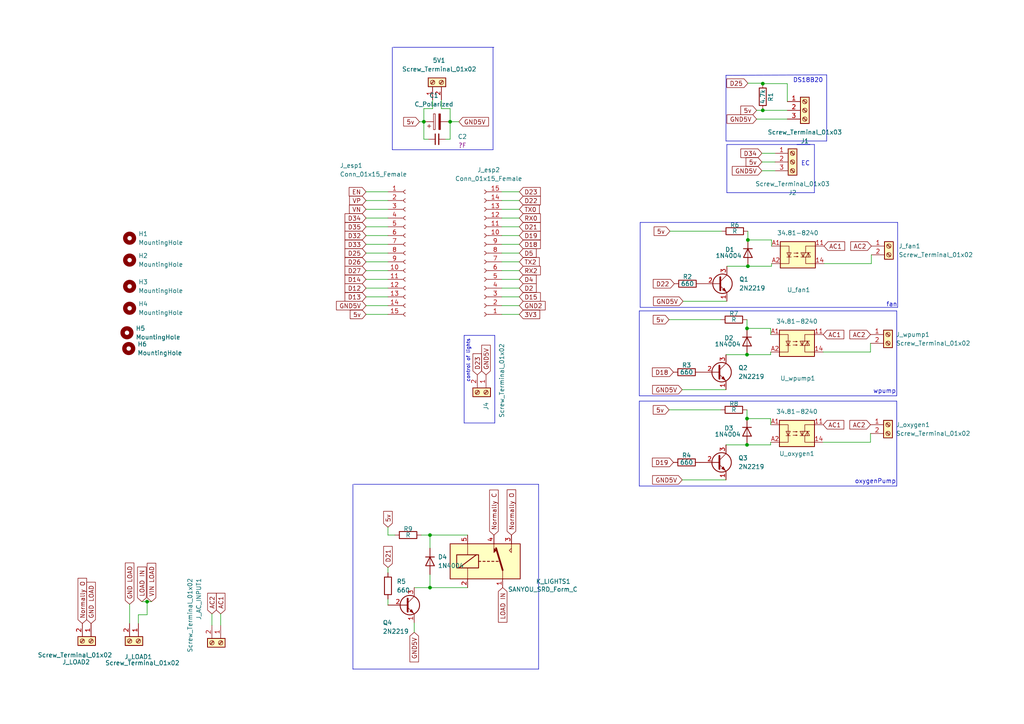
<source format=kicad_sch>
(kicad_sch (version 20230121) (generator eeschema)
  (paper "A4")
  (lib_symbols
    (symbol "Connector:Conn_01x15_Female" (pin_names (offset 1.016) hide)
      (property "Reference" "J" (at 0 20.32 0))
      (property "Value" "Conn_01x15_Female" (at 0 -20.32 0))
      (symbol "Conn_01x15_Female_1_1"
        (arc (start 0 -17.272) (mid -0.5058 -17.78) (end 0 -18.288) (stroke (width 0.1524)))
        (arc (start 0 -14.732) (mid -0.5058 -15.24) (end 0 -15.748) (stroke (width 0.1524)))
        (arc (start 0 -12.192) (mid -0.5058 -12.7) (end 0 -13.208) (stroke (width 0.1524)))
        (arc (start 0 -9.652) (mid -0.5058 -10.16) (end 0 -10.668) (stroke (width 0.1524)))
        (arc (start 0 -7.112) (mid -0.5058 -7.62) (end 0 -8.128) (stroke (width 0.1524)))
        (arc (start 0 -4.572) (mid -0.5058 -5.08) (end 0 -5.588) (stroke (width 0.1524)))
        (arc (start 0 -2.032) (mid -0.5058 -2.54) (end 0 -3.048) (stroke (width 0.1524)))
        (polyline (pts (xy -1.27 -17.78) (xy -0.508 -17.78)) (stroke (width 0.1524)))
        (polyline (pts (xy -1.27 -15.24) (xy -0.508 -15.24)) (stroke (width 0.1524)))
        (polyline (pts (xy -1.27 -12.7) (xy -0.508 -12.7)) (stroke (width 0.1524)))
        (polyline (pts (xy -1.27 -10.16) (xy -0.508 -10.16)) (stroke (width 0.1524)))
        (polyline (pts (xy -1.27 -7.62) (xy -0.508 -7.62)) (stroke (width 0.1524)))
        (polyline (pts (xy -1.27 -5.08) (xy -0.508 -5.08)) (stroke (width 0.1524)))
        (polyline (pts (xy -1.27 -2.54) (xy -0.508 -2.54)) (stroke (width 0.1524)))
        (polyline (pts (xy -1.27 0) (xy -0.508 0)) (stroke (width 0.1524)))
        (polyline (pts (xy -1.27 2.54) (xy -0.508 2.54)) (stroke (width 0.1524)))
        (polyline (pts (xy -1.27 5.08) (xy -0.508 5.08)) (stroke (width 0.1524)))
        (polyline (pts (xy -1.27 7.62) (xy -0.508 7.62)) (stroke (width 0.1524)))
        (polyline (pts (xy -1.27 10.16) (xy -0.508 10.16)) (stroke (width 0.1524)))
        (polyline (pts (xy -1.27 12.7) (xy -0.508 12.7)) (stroke (width 0.1524)))
        (polyline (pts (xy -1.27 15.24) (xy -0.508 15.24)) (stroke (width 0.1524)))
        (polyline (pts (xy -1.27 17.78) (xy -0.508 17.78)) (stroke (width 0.1524)))
        (arc (start 0 0.508) (mid -0.5058 0) (end 0 -0.508) (stroke (width 0.1524)))
        (arc (start 0 3.048) (mid -0.5058 2.54) (end 0 2.032) (stroke (width 0.1524)))
        (arc (start 0 5.588) (mid -0.5058 5.08) (end 0 4.572) (stroke (width 0.1524)))
        (arc (start 0 8.128) (mid -0.5058 7.62) (end 0 7.112) (stroke (width 0.1524)))
        (arc (start 0 10.668) (mid -0.5058 10.16) (end 0 9.652) (stroke (width 0.1524)))
        (arc (start 0 13.208) (mid -0.5058 12.7) (end 0 12.192) (stroke (width 0.1524)))
        (arc (start 0 15.748) (mid -0.5058 15.24) (end 0 14.732) (stroke (width 0.1524)))
        (arc (start 0 18.288) (mid -0.5058 17.78) (end 0 17.272) (stroke (width 0.1524)))
        (pin passive line (at -5.08 17.78 0) (length 3.81) (name "Pin_1") (number "1"))
        (pin passive line (at -5.08 -5.08 0) (length 3.81) (name "Pin_10") (number "10"))
        (pin passive line (at -5.08 -7.62 0) (length 3.81) (name "Pin_11") (number "11"))
        (pin passive line (at -5.08 -10.16 0) (length 3.81) (name "Pin_12") (number "12"))
        (pin passive line (at -5.08 -12.7 0) (length 3.81) (name "Pin_13") (number "13"))
        (pin passive line (at -5.08 -15.24 0) (length 3.81) (name "Pin_14") (number "14"))
        (pin passive line (at -5.08 -17.78 0) (length 3.81) (name "Pin_15") (number "15"))
        (pin passive line (at -5.08 15.24 0) (length 3.81) (name "Pin_2") (number "2"))
        (pin passive line (at -5.08 12.7 0) (length 3.81) (name "Pin_3") (number "3"))
        (pin passive line (at -5.08 10.16 0) (length 3.81) (name "Pin_4") (number "4"))
        (pin passive line (at -5.08 7.62 0) (length 3.81) (name "Pin_5") (number "5"))
        (pin passive line (at -5.08 5.08 0) (length 3.81) (name "Pin_6") (number "6"))
        (pin passive line (at -5.08 2.54 0) (length 3.81) (name "Pin_7") (number "7"))
        (pin passive line (at -5.08 0 0) (length 3.81) (name "Pin_8") (number "8"))
        (pin passive line (at -5.08 -2.54 0) (length 3.81) (name "Pin_9") (number "9"))
      )
    )
    (symbol "Connector:Screw_Terminal_01x02" (pin_names (offset 1.016) hide)
      (property "Reference" "J" (at 0 2.54 0))
      (property "Value" "Screw_Terminal_01x02" (at 0 -5.08 0))
      (symbol "Screw_Terminal_01x02_1_1"
        (rectangle (start -1.27 1.27) (end 1.27 -3.81) (stroke (width 0.254)) (fill (type background)))
        (circle (center 0 -2.54) (radius 0.635) (stroke (width 0.1524)))
        (polyline (pts (xy -0.5334 -2.2098) (xy 0.3302 -3.048)) (stroke (width 0.1524)))
        (polyline (pts (xy -0.5334 0.3302) (xy 0.3302 -0.508)) (stroke (width 0.1524)))
        (polyline (pts (xy -0.3556 -2.032) (xy 0.508 -2.8702)) (stroke (width 0.1524)))
        (polyline (pts (xy -0.3556 0.508) (xy 0.508 -0.3302)) (stroke (width 0.1524)))
        (circle (center 0 0) (radius 0.635) (stroke (width 0.1524)))
        (pin passive line (at -5.08 0 0) (length 3.81) (name "Pin_1") (number "1"))
        (pin passive line (at -5.08 -2.54 0) (length 3.81) (name "Pin_2") (number "2"))
      )
    )
    (symbol "Connector:Screw_Terminal_01x03" (pin_names (offset 1.016) hide)
      (property "Reference" "J" (at 0 5.08 0))
      (property "Value" "Screw_Terminal_01x03" (at 0 -5.08 0))
      (symbol "Screw_Terminal_01x03_1_1"
        (rectangle (start -1.27 3.81) (end 1.27 -3.81) (stroke (width 0.254)) (fill (type background)))
        (circle (center 0 -2.54) (radius 0.635) (stroke (width 0.1524)))
        (polyline (pts (xy -0.5334 -2.2098) (xy 0.3302 -3.048)) (stroke (width 0.1524)))
        (polyline (pts (xy -0.5334 0.3302) (xy 0.3302 -0.508)) (stroke (width 0.1524)))
        (polyline (pts (xy -0.5334 2.8702) (xy 0.3302 2.032)) (stroke (width 0.1524)))
        (polyline (pts (xy -0.3556 -2.032) (xy 0.508 -2.8702)) (stroke (width 0.1524)))
        (polyline (pts (xy -0.3556 0.508) (xy 0.508 -0.3302)) (stroke (width 0.1524)))
        (polyline (pts (xy -0.3556 3.048) (xy 0.508 2.2098)) (stroke (width 0.1524)))
        (circle (center 0 0) (radius 0.635) (stroke (width 0.1524)))
        (circle (center 0 2.54) (radius 0.635) (stroke (width 0.1524)))
        (pin passive line (at -5.08 2.54 0) (length 3.81) (name "Pin_1") (number "1"))
        (pin passive line (at -5.08 0 0) (length 3.81) (name "Pin_2") (number "2"))
        (pin passive line (at -5.08 -2.54 0) (length 3.81) (name "Pin_3") (number "3"))
      )
    )
    (symbol "Device:C_Polarized" (pin_numbers hide) (pin_names (offset 0.254))
      (property "Reference" "C" (at 0.635 2.54 0))
      (property "Value" "C_Polarized" (at 0.635 -2.54 0))
      (symbol "C_Polarized_0_1"
        (rectangle (start -2.286 0.508) (end 2.286 1.016))
        (polyline (pts (xy -1.778 2.286) (xy -0.762 2.286)))
        (polyline (pts (xy -1.27 2.794) (xy -1.27 1.778)))
        (rectangle (start 2.286 -0.508) (end -2.286 -1.016) (fill (type outline)))
      )
      (symbol "C_Polarized_1_1"
        (pin passive line (at 0 3.81 270) (length 2.794) (name "~") (number "1"))
        (pin passive line (at 0 -3.81 90) (length 2.794) (name "~") (number "2"))
      )
    )
    (symbol "Device:R" (pin_numbers hide) (pin_names (offset 0))
      (property "Reference" "R" (at 2.032 0 90))
      (property "Value" "R" (at 0 0 90))
      (symbol "R_0_1"
        (rectangle (start -1.016 -2.54) (end 1.016 2.54) (stroke (width 0.254)))
      )
      (symbol "R_1_1"
        (pin passive line (at 0 3.81 270) (length 1.27) (name "~") (number "1"))
        (pin passive line (at 0 -3.81 90) (length 1.27) (name "~") (number "2"))
      )
    )
    (symbol "Diode:1N4004" (pin_numbers hide) (pin_names hide)
      (property "Reference" "D" (at 0 2.54 0))
      (property "Value" "1N4004" (at 0 -2.54 0))
      (symbol "1N4004_0_1"
        (polyline (pts (xy -1.27 1.27) (xy -1.27 -1.27)) (stroke (width 0.254)))
        (polyline (pts (xy 1.27 0) (xy -1.27 0)))
        (polyline (pts (xy 1.27 1.27) (xy 1.27 -1.27) (xy -1.27 0) (xy 1.27 1.27)) (stroke (width 0.254)))
      )
      (symbol "1N4004_1_1"
        (pin passive line (at -3.81 0 0) (length 2.54) (name "K") (number "1"))
        (pin passive line (at 3.81 0 180) (length 2.54) (name "A") (number "2"))
      )
    )
    (symbol "Mechanical:MountingHole" (pin_names (offset 1.016))
      (property "Reference" "H" (at 0 5.08 0))
      (property "Value" "MountingHole" (at 0 3.175 0))
      (symbol "MountingHole_0_1"
        (circle (center 0 0) (radius 1.27) (stroke (width 1.27)))
      )
    )
    (symbol "PCM_4ms_Capacitor:C_Generic" (pin_numbers hide) (pin_names (offset 0.254) hide)
      (property "Reference" "C" (at 1.905 1.016 0))
      (property "Display" "?F" (at 1.905 -1.27 0))
      (symbol "C_Generic_0_1"
        (polyline (pts (xy -1.524 -0.508) (xy 1.524 -0.508)) (stroke (width 0.3302)))
        (polyline (pts (xy -1.524 0.508) (xy 1.524 0.508)) (stroke (width 0.3048)))
      )
      (symbol "C_Generic_1_1"
        (pin passive line (at 0 2.54 270) (length 2.032) (name "~") (number "1"))
        (pin passive line (at 0 -2.54 90) (length 2.032) (name "~") (number "2"))
      )
    )
    (symbol "Relay:SANYOU_SRD_Form_C"
      (property "Reference" "K" (at 11.43 3.81 0))
      (property "Value" "SANYOU_SRD_Form_C" (at 11.43 1.27 0))
      (symbol "SANYOU_SRD_Form_C_0_0"
        (polyline (pts (xy 7.62 5.08) (xy 7.62 2.54) (xy 6.985 3.175) (xy 7.62 3.81)))
      )
      (symbol "SANYOU_SRD_Form_C_0_1"
        (rectangle (start -10.16 5.08) (end 10.16 -5.08) (stroke (width 0.254)) (fill (type background)))
        (rectangle (start -8.255 1.905) (end -1.905 -1.905) (stroke (width 0.254)))
        (polyline (pts (xy -7.62 -1.905) (xy -2.54 1.905)) (stroke (width 0.254)))
        (polyline (pts (xy -5.08 -5.08) (xy -5.08 -1.905)))
        (polyline (pts (xy -5.08 5.08) (xy -5.08 1.905)))
        (polyline (pts (xy -1.905 0) (xy -1.27 0)) (stroke (width 0.254)))
        (polyline (pts (xy -0.635 0) (xy 0 0)) (stroke (width 0.254)))
        (polyline (pts (xy 0.635 0) (xy 1.27 0)) (stroke (width 0.254)))
        (polyline (pts (xy 1.905 0) (xy 2.54 0)) (stroke (width 0.254)))
        (polyline (pts (xy 3.175 0) (xy 3.81 0)) (stroke (width 0.254)))
        (polyline (pts (xy 5.08 -2.54) (xy 3.175 3.81)) (stroke (width 0.508)))
        (polyline (pts (xy 5.08 -2.54) (xy 5.08 -5.08)))
      )
      (symbol "SANYOU_SRD_Form_C_1_1"
        (polyline (pts (xy 2.54 3.81) (xy 3.175 3.175) (xy 2.54 2.54) (xy 2.54 5.08)) (fill (type outline)))
        (pin passive line (at 5.08 -7.62 90) (length 2.54) (name "~") (number "1"))
        (pin passive line (at -5.08 -7.62 90) (length 2.54) (name "~") (number "2"))
        (pin passive line (at 7.62 7.62 270) (length 2.54) (name "~") (number "3"))
        (pin passive line (at 2.54 7.62 270) (length 2.54) (name "~") (number "4"))
        (pin passive line (at -5.08 7.62 270) (length 2.54) (name "~") (number "5"))
      )
    )
    (symbol "Relay_SolidState:34.81-8240"
      (property "Reference" "U" (at -5.08 5.08 0))
      (property "Value" "34.81-8240" (at 0 5.08 0))
      (symbol "34.81-8240_0_1"
        (rectangle (start -5.08 3.81) (end 5.08 -3.81) (stroke (width 0.254)) (fill (type background)))
        (polyline (pts (xy -3.175 -0.635) (xy -1.905 -0.635)))
        (polyline (pts (xy 1.524 -0.635) (xy 1.524 0.635)))
        (polyline (pts (xy 3.048 0.635) (xy 3.048 -0.635)))
        (polyline (pts (xy 2.286 -0.635) (xy 2.286 -2.54) (xy 5.08 -2.54)))
        (polyline (pts (xy 2.286 0.635) (xy 2.286 2.54) (xy 5.08 2.54)))
        (polyline (pts (xy -5.08 2.54) (xy -2.54 2.54) (xy -2.54 -2.54) (xy -5.08 -2.54)))
        (polyline (pts (xy -2.54 -0.635) (xy -3.175 0.635) (xy -1.905 0.635) (xy -2.54 -0.635)))
        (polyline (pts (xy 0.889 -0.635) (xy 3.683 -0.635) (xy 3.048 0.635) (xy 2.413 -0.635)))
        (polyline (pts (xy 3.683 0.635) (xy 0.889 0.635) (xy 1.524 -0.635) (xy 2.159 0.635)))
        (polyline (pts (xy -1.143 -0.508) (xy 0.127 -0.508) (xy -0.254 -0.635) (xy -0.254 -0.381) (xy 0.127 -0.508)))
        (polyline (pts (xy -1.143 0.508) (xy 0.127 0.508) (xy -0.254 0.381) (xy -0.254 0.635) (xy 0.127 0.508)))
      )
      (symbol "34.81-8240_1_1"
        (pin passive line (at 7.62 2.54 180) (length 2.54) (name "~") (number "11"))
        (pin passive line (at 7.62 -2.54 180) (length 2.54) (name "~") (number "14"))
        (pin passive line (at -7.62 2.54 0) (length 2.54) (name "~") (number "A1"))
        (pin passive line (at -7.62 -2.54 0) (length 2.54) (name "~") (number "A2"))
      )
    )
    (symbol "Transistor_BJT:2N2219" (pin_names (offset 0) hide)
      (property "Reference" "Q" (at 5.08 1.905 0))
      (property "Value" "2N2219" (at 5.08 0 0))
      (symbol "2N2219_0_1"
        (polyline (pts (xy 0.635 0.635) (xy 2.54 2.54)))
        (polyline (pts (xy 0.635 -0.635) (xy 2.54 -2.54) (xy 2.54 -2.54)))
        (polyline (pts (xy 0.635 1.905) (xy 0.635 -1.905) (xy 0.635 -1.905)) (stroke (width 0.508)))
        (polyline (pts (xy 1.27 -1.778) (xy 1.778 -1.27) (xy 2.286 -2.286) (xy 1.27 -1.778) (xy 1.27 -1.778)) (fill (type outline)))
        (circle (center 1.27 0) (radius 2.8194) (stroke (width 0.254)))
      )
      (symbol "2N2219_1_1"
        (pin passive line (at 2.54 -5.08 90) (length 2.54) (name "E") (number "1"))
        (pin passive line (at -5.08 0 0) (length 5.715) (name "B") (number "2"))
        (pin passive line (at 2.54 5.08 270) (length 2.54) (name "C") (number "3"))
      )
    )
  )
  (junction (at 124.714 170.434))
  (junction (at 216.916 77.216))
  (junction (at 42.672 174.498))
  (junction (at 124.714 155.194))
  (junction (at 221.234 24.257))
  (junction (at 216.916 69.596))
  (junction (at 221.234 32.004))
  (junction (at 130.556 35.306))
  (junction (at 122.936 35.306))
  (junction (at 216.662 102.87))
  (junction (at 216.662 121.412))
  (junction (at 216.662 95.25))
  (junction (at 216.662 129.032))
  (polyline (pts (xy 260.096 90.17) (xy 185.42 90.17)))
  (wire (pts (xy 125.476 31.496) (xy 122.936 31.496)))
  (wire (pts (xy 194.056 118.872) (xy 209.042 118.872)))
  (wire (pts (xy 228.346 29.464) (xy 228.346 24.257)))
  (polyline (pts (xy 260.096 114.808) (xy 260.096 90.17)))
  (wire (pts (xy 145.542 88.646) (xy 150.622 88.646)))
  (wire (pts (xy 197.866 113.03) (xy 210.566 113.03)))
  (wire (pts (xy 42.672 178.308) (xy 42.672 174.498)))
  (polyline (pts (xy 236.22 41.91) (xy 231.14 41.91)))
  (wire (pts (xy 216.916 77.216) (xy 223.774 77.216)))
  (wire (pts (xy 145.542 86.106) (xy 150.622 86.106)))
  (wire (pts (xy 106.172 81.026) (xy 112.522 81.026)))
  (wire (pts (xy 216.916 67.056) (xy 216.916 69.596)))
  (wire (pts (xy 106.172 78.486) (xy 112.522 78.486)))
  (wire (pts (xy 145.542 58.166) (xy 150.622 58.166)))
  (wire (pts (xy 41.148 174.498) (xy 42.672 174.498)))
  (polyline (pts (xy 239.776 21.717) (xy 239.776 40.894)))
  (wire (pts (xy 61.468 181.356) (xy 61.468 178.054)))
  (wire (pts (xy 224.79 49.53) (xy 220.98 49.53)))
  (polyline (pts (xy 185.42 90.17) (xy 185.42 114.808)))
  (wire (pts (xy 194.056 92.71) (xy 209.042 92.71)))
  (wire (pts (xy 124.714 166.624) (xy 124.714 170.434)))
  (polyline (pts (xy 210.566 21.844) (xy 239.776 21.717)))
  (polyline (pts (xy 143.002 13.716) (xy 143.002 43.434)))
  (wire (pts (xy 130.556 31.496) (xy 130.556 35.306)))
  (wire (pts (xy 216.916 24.13) (xy 221.234 24.13)))
  (wire (pts (xy 145.542 65.786) (xy 150.622 65.786)))
  (wire (pts (xy 221.234 31.877) (xy 221.234 32.004)))
  (polyline (pts (xy 234.95 41.91) (xy 210.82 41.91)))
  (wire (pts (xy 145.542 73.406) (xy 150.622 73.406)))
  (wire (pts (xy 145.542 55.626) (xy 150.622 55.626)))
  (wire (pts (xy 198.12 87.376) (xy 210.82 87.376)))
  (wire (pts (xy 221.234 24.13) (xy 221.234 24.257)))
  (wire (pts (xy 106.172 91.186) (xy 112.522 91.186)))
  (wire (pts (xy 216.662 95.25) (xy 223.52 95.25)))
  (polyline (pts (xy 210.82 41.91) (xy 210.82 55.88)))
  (wire (pts (xy 106.172 88.646) (xy 112.522 88.646)))
  (polyline (pts (xy 113.792 13.716) (xy 113.792 43.434)))
  (wire (pts (xy 216.662 121.412) (xy 223.52 121.412)))
  (wire (pts (xy 224.79 44.45) (xy 220.98 44.45)))
  (wire (pts (xy 124.714 159.004) (xy 124.714 155.194)))
  (wire (pts (xy 210.566 129.032) (xy 216.662 129.032)))
  (wire (pts (xy 129.286 40.386) (xy 130.556 40.386)))
  (wire (pts (xy 216.662 92.71) (xy 216.662 95.25)))
  (wire (pts (xy 112.522 155.194) (xy 114.554 155.194)))
  (polyline (pts (xy 210.566 40.894) (xy 210.566 21.844)))
  (wire (pts (xy 228.346 34.544) (xy 219.456 34.544)))
  (polyline (pts (xy 156.21 140.462) (xy 156.21 194.056)))
  (polyline (pts (xy 260.096 114.808) (xy 185.42 114.808)))
  (wire (pts (xy 40.132 178.308) (xy 42.672 178.308)))
  (wire (pts (xy 145.542 70.866) (xy 150.622 70.866)))
  (wire (pts (xy 223.774 77.216) (xy 223.774 76.454)))
  (wire (pts (xy 122.936 40.386) (xy 124.206 40.386)))
  (wire (pts (xy 216.662 102.87) (xy 223.52 102.87)))
  (wire (pts (xy 210.566 102.87) (xy 216.662 102.87)))
  (wire (pts (xy 224.79 46.99) (xy 220.98 46.99)))
  (wire (pts (xy 223.52 129.032) (xy 223.52 128.27)))
  (wire (pts (xy 106.172 70.866) (xy 112.522 70.866)))
  (wire (pts (xy 122.936 35.306) (xy 122.936 40.386)))
  (wire (pts (xy 223.52 121.412) (xy 223.52 123.19)))
  (wire (pts (xy 106.172 73.406) (xy 112.522 73.406)))
  (wire (pts (xy 106.172 86.106) (xy 112.522 86.106)))
  (polyline (pts (xy 143.51 122.682) (xy 134.62 122.682)))
  (wire (pts (xy 133.096 35.306) (xy 130.556 35.306)))
  (wire (pts (xy 145.542 81.026) (xy 150.622 81.026)))
  (wire (pts (xy 216.916 69.596) (xy 223.774 69.596)))
  (polyline (pts (xy 260.096 140.97) (xy 185.42 140.97)))
  (polyline (pts (xy 143.51 97.282) (xy 134.62 97.282)))
  (polyline (pts (xy 185.674 64.516) (xy 185.674 89.154)))
  (wire (pts (xy 239.014 76.454) (xy 252.73 76.454)))
  (wire (pts (xy 106.172 75.946) (xy 112.522 75.946)))
  (wire (pts (xy 216.662 118.872) (xy 216.662 121.412)))
  (polyline (pts (xy 260.35 89.154) (xy 260.35 64.516)))
  (wire (pts (xy 112.522 173.736) (xy 112.522 175.514)))
  (wire (pts (xy 128.016 28.956) (xy 128.016 31.496)))
  (wire (pts (xy 120.142 180.594) (xy 120.142 183.388)))
  (wire (pts (xy 252.73 76.454) (xy 252.73 73.914)))
  (wire (pts (xy 221.234 24.638) (xy 221.234 24.257)))
  (polyline (pts (xy 134.62 122.682) (xy 134.62 97.282)))
  (wire (pts (xy 223.774 69.596) (xy 223.774 71.374)))
  (polyline (pts (xy 102.362 140.462) (xy 102.362 194.056)))
  (wire (pts (xy 124.714 170.434) (xy 135.636 170.434)))
  (polyline (pts (xy 210.82 55.88) (xy 236.22 55.88)))
  (wire (pts (xy 106.172 83.566) (xy 112.522 83.566)))
  (polyline (pts (xy 114.046 13.716) (xy 143.256 13.716)))
  (wire (pts (xy 106.172 68.326) (xy 112.522 68.326)))
  (wire (pts (xy 37.592 175.26) (xy 37.592 180.848)))
  (wire (pts (xy 42.672 174.498) (xy 43.942 174.498)))
  (polyline (pts (xy 260.35 64.516) (xy 185.674 64.516)))
  (polyline (pts (xy 156.21 194.056) (xy 102.362 194.056)))
  (wire (pts (xy 64.008 181.356) (xy 64.008 178.054)))
  (polyline (pts (xy 260.096 140.97) (xy 260.096 116.332)))
  (polyline (pts (xy 143.002 43.434) (xy 113.792 43.434)))
  (wire (pts (xy 121.666 35.306) (xy 122.936 35.306)))
  (wire (pts (xy 145.542 78.486) (xy 150.622 78.486)))
  (wire (pts (xy 120.142 170.434) (xy 124.714 170.434)))
  (wire (pts (xy 252.476 102.108) (xy 252.476 99.568)))
  (wire (pts (xy 216.662 129.032) (xy 223.52 129.032)))
  (polyline (pts (xy 260.35 89.154) (xy 185.674 89.154)))
  (wire (pts (xy 106.172 63.246) (xy 112.522 63.246)))
  (polyline (pts (xy 102.616 140.462) (xy 156.21 140.462)))
  (wire (pts (xy 145.542 75.946) (xy 150.622 75.946)))
  (wire (pts (xy 130.556 40.386) (xy 130.556 35.306)))
  (wire (pts (xy 194.31 67.056) (xy 209.296 67.056)))
  (wire (pts (xy 40.132 178.308) (xy 40.132 180.848)))
  (wire (pts (xy 106.172 65.786) (xy 112.522 65.786)))
  (polyline (pts (xy 185.42 116.332) (xy 185.42 140.97)))
  (wire (pts (xy 238.76 102.108) (xy 252.476 102.108)))
  (wire (pts (xy 112.522 164.592) (xy 112.522 166.116)))
  (wire (pts (xy 128.016 31.496) (xy 130.556 31.496)))
  (polyline (pts (xy 236.22 55.88) (xy 236.22 41.91)))
  (polyline (pts (xy 239.776 40.894) (xy 210.566 40.894)))
  (wire (pts (xy 106.172 55.626) (xy 112.522 55.626)))
  (wire (pts (xy 252.476 128.27) (xy 252.476 125.73)))
  (wire (pts (xy 223.52 95.25) (xy 223.52 97.028)))
  (wire (pts (xy 106.172 60.706) (xy 112.522 60.706)))
  (wire (pts (xy 145.542 83.566) (xy 150.622 83.566)))
  (wire (pts (xy 197.866 139.192) (xy 210.566 139.192)))
  (wire (pts (xy 145.542 68.326) (xy 150.622 68.326)))
  (wire (pts (xy 122.174 155.194) (xy 124.714 155.194)))
  (wire (pts (xy 106.172 58.166) (xy 112.522 58.166)))
  (wire (pts (xy 238.76 128.27) (xy 252.476 128.27)))
  (wire (pts (xy 223.52 102.87) (xy 223.52 102.108)))
  (wire (pts (xy 145.542 91.186) (xy 150.622 91.186)))
  (wire (pts (xy 112.522 152.908) (xy 112.522 155.194)))
  (wire (pts (xy 228.346 24.257) (xy 221.234 24.257)))
  (wire (pts (xy 145.542 60.706) (xy 150.622 60.706)))
  (polyline (pts (xy 260.096 116.332) (xy 185.42 116.332)))
  (wire (pts (xy 122.936 31.496) (xy 122.936 35.306)))
  (wire (pts (xy 124.714 155.194) (xy 135.636 155.194)))
  (wire (pts (xy 228.346 32.004) (xy 221.234 32.004)))
  (polyline (pts (xy 143.51 97.282) (xy 143.51 122.682)))
  (wire (pts (xy 145.542 63.246) (xy 150.622 63.246)))
  (wire (pts (xy 210.82 77.216) (xy 216.916 77.216)))
  (wire (pts (xy 125.476 28.956) (xy 125.476 31.496)))
  (wire (pts (xy 221.234 32.004) (xy 219.456 32.004)))
  (text "EC" (at 234.95 48.26 0) (effects (font (size 1.27 1.27)) (justify right bottom)))
  (text "DS18B20" (at 238.76 24.13 0) (effects (font (size 1.27 1.27)) (justify right bottom)))
  (text "oxygenPump\n" (at 247.904 140.462 0) (effects (font (size 1.27 1.27)) (justify left bottom)))
  (text "fan" (at 257.048 89.154 0) (effects (font (size 1.27 1.27)) (justify left bottom)))
  (text "wpump" (at 253.238 114.3 0) (effects (font (size 1.27 1.27)) (justify left bottom)))
  (text "control of lights" (at 136.398 98.298 90) (effects (font (size 1 1)) (justify right bottom)))
  (global_label "D22" (shape input) (at 150.622 58.166 0) (property "Intersheetrefs" "${INTERSHEET_REFS}" (effects hide)))
  (global_label "5v" (shape input) (at 106.172 91.186 180) (property "Intersheetrefs" "${INTERSHEET_REFS}" (effects hide)))
  (global_label "AC2" (shape input) (at 252.73 71.374 180) (property "Intersheetrefs" "${INTERSHEET_REFS}" (effects hide)))
  (global_label "AC2" (shape input) (at 61.468 178.054 90) (property "Intersheetrefs" "${INTERSHEET_REFS}" (effects hide)))
  (global_label "TX2" (shape input) (at 150.622 75.946 0) (property "Intersheetrefs" "${INTERSHEET_REFS}" (effects hide)))
  (global_label "D4" (shape input) (at 150.622 81.026 0) (property "Intersheetrefs" "${INTERSHEET_REFS}" (effects hide)))
  (global_label "D23" (shape input) (at 150.622 55.626 0) (property "Intersheetrefs" "${INTERSHEET_REFS}" (effects hide)))
  (global_label "GND5V" (shape input) (at 120.142 183.388 270) (property "Intersheetrefs" "${INTERSHEET_REFS}" (effects hide)))
  (global_label "D34" (shape input) (at 106.172 63.246 180) (property "Intersheetrefs" "${INTERSHEET_REFS}" (effects hide)))
  (global_label "AC2" (shape input) (at 252.476 97.028 180) (property "Intersheetrefs" "${INTERSHEET_REFS}" (effects hide)))
  (global_label "GND5V" (shape input) (at 106.172 88.646 180) (property "Intersheetrefs" "${INTERSHEET_REFS}" (effects hide)))
  (global_label "D25" (shape input) (at 216.916 24.13 180) (property "Intersheetrefs" "${INTERSHEET_REFS}" (effects hide)))
  (global_label "D35" (shape input) (at 106.172 65.786 180) (property "Intersheetrefs" "${INTERSHEET_REFS}" (effects hide)))
  (global_label "D14" (shape input) (at 106.172 81.026 180) (property "Intersheetrefs" "${INTERSHEET_REFS}" (effects hide)))
  (global_label "Normally O" (shape input) (at 23.876 180.848 90) (property "Intersheetrefs" "${INTERSHEET_REFS}" (effects hide)))
  (global_label "D21" (shape input) (at 112.522 164.592 90) (property "Intersheetrefs" "${INTERSHEET_REFS}" (effects hide)))
  (global_label "LOAD IN" (shape input) (at 145.796 170.434 270) (property "Intersheetrefs" "${INTERSHEET_REFS}" (effects hide)))
  (global_label "5v" (shape input) (at 194.056 92.71 180) (property "Intersheetrefs" "${INTERSHEET_REFS}" (effects hide)))
  (global_label "5v" (shape input) (at 121.666 35.306 180) (property "Intersheetrefs" "${INTERSHEET_REFS}" (effects hide)))
  (global_label "D19" (shape input) (at 150.622 68.326 0) (property "Intersheetrefs" "${INTERSHEET_REFS}" (effects hide)))
  (global_label "D27" (shape input) (at 106.172 78.486 180) (property "Intersheetrefs" "${INTERSHEET_REFS}" (effects hide)))
  (global_label "RX0" (shape input) (at 150.622 63.246 0) (property "Intersheetrefs" "${INTERSHEET_REFS}" (effects hide)))
  (global_label "D23" (shape input) (at 138.43 108.712 90) (property "Intersheetrefs" "${INTERSHEET_REFS}" (effects hide)))
  (global_label "D12" (shape input) (at 106.172 83.566 180) (property "Intersheetrefs" "${INTERSHEET_REFS}" (effects hide)))
  (global_label "GND5V" (shape input) (at 197.866 113.03 180) (property "Intersheetrefs" "${INTERSHEET_REFS}" (effects hide)))
  (global_label "D32" (shape input) (at 106.172 68.326 180) (property "Intersheetrefs" "${INTERSHEET_REFS}" (effects hide)))
  (global_label "Normally C" (shape input) (at 143.256 155.194 90) (property "Intersheetrefs" "${INTERSHEET_REFS}" (effects hide)))
  (global_label "VP" (shape input) (at 106.172 58.166 180) (property "Intersheetrefs" "${INTERSHEET_REFS}" (effects hide)))
  (global_label "AC1" (shape input) (at 238.76 97.028 0) (property "Intersheetrefs" "${INTERSHEET_REFS}" (effects hide)))
  (global_label "D25" (shape input) (at 106.172 73.406 180) (property "Intersheetrefs" "${INTERSHEET_REFS}" (effects hide)))
  (global_label "VN" (shape input) (at 106.172 60.706 180) (property "Intersheetrefs" "${INTERSHEET_REFS}" (effects hide)))
  (global_label "D19" (shape input) (at 195.326 134.112 180) (property "Intersheetrefs" "${INTERSHEET_REFS}" (effects hide)))
  (global_label "GND2" (shape input) (at 150.622 88.646 0) (property "Intersheetrefs" "${INTERSHEET_REFS}" (effects hide)))
  (global_label "GND5V" (shape input) (at 219.456 34.544 180) (property "Intersheetrefs" "${INTERSHEET_REFS}" (effects hide)))
  (global_label "5v" (shape input) (at 219.456 32.004 180) (property "Intersheetrefs" "${INTERSHEET_REFS}" (effects hide)))
  (global_label "D22" (shape input) (at 195.58 82.296 180) (property "Intersheetrefs" "${INTERSHEET_REFS}" (effects hide)))
  (global_label "5v" (shape input) (at 194.056 118.872 180) (property "Intersheetrefs" "${INTERSHEET_REFS}" (effects hide)))
  (global_label "D18" (shape input) (at 150.622 70.866 0) (property "Intersheetrefs" "${INTERSHEET_REFS}" (effects hide)))
  (global_label "D18" (shape input) (at 195.326 107.95 180) (property "Intersheetrefs" "${INTERSHEET_REFS}" (effects hide)))
  (global_label "D15" (shape input) (at 150.622 86.106 0) (property "Intersheetrefs" "${INTERSHEET_REFS}" (effects hide)))
  (global_label "EN" (shape input) (at 106.172 55.626 180) (property "Intersheetrefs" "${INTERSHEET_REFS}" (effects hide)))
  (global_label "GND LOAD" (shape input) (at 26.416 180.848 90) (property "Intersheetrefs" "${INTERSHEET_REFS}" (effects hide)))
  (global_label "GND5V" (shape input) (at 197.866 139.192 180) (property "Intersheetrefs" "${INTERSHEET_REFS}" (effects hide)))
  (global_label "GND5V" (shape input) (at 198.12 87.376 180) (property "Intersheetrefs" "${INTERSHEET_REFS}" (effects hide)))
  (global_label "AC1" (shape input) (at 239.014 71.374 0) (property "Intersheetrefs" "${INTERSHEET_REFS}" (effects hide)))
  (global_label "D2" (shape input) (at 150.622 83.566 0) (property "Intersheetrefs" "${INTERSHEET_REFS}" (effects hide)))
  (global_label "3V3" (shape input) (at 150.622 91.186 0) (property "Intersheetrefs" "${INTERSHEET_REFS}" (effects hide)))
  (global_label "5v" (shape input) (at 220.98 46.99 180) (property "Intersheetrefs" "${INTERSHEET_REFS}" (effects hide)))
  (global_label "AC2" (shape input) (at 252.476 123.19 180) (property "Intersheetrefs" "${INTERSHEET_REFS}" (effects hide)))
  (global_label "Normally O" (shape input) (at 148.336 155.194 90) (property "Intersheetrefs" "${INTERSHEET_REFS}" (effects hide)))
  (global_label "GND5V" (shape input) (at 133.096 35.306 0) (property "Intersheetrefs" "${INTERSHEET_REFS}" (effects hide)))
  (global_label "D21" (shape input) (at 150.622 65.786 0) (property "Intersheetrefs" "${INTERSHEET_REFS}" (effects hide)))
  (global_label "GND5V" (shape input) (at 220.98 49.53 180) (property "Intersheetrefs" "${INTERSHEET_REFS}" (effects hide)))
  (global_label "D13" (shape input) (at 106.172 86.106 180) (property "Intersheetrefs" "${INTERSHEET_REFS}" (effects hide)))
  (global_label "GND LOAD" (shape input) (at 37.592 175.26 90) (property "Intersheetrefs" "${INTERSHEET_REFS}" (effects hide)))
  (global_label "TX0" (shape input) (at 150.622 60.706 0) (property "Intersheetrefs" "${INTERSHEET_REFS}" (effects hide)))
  (global_label "5v" (shape input) (at 112.522 152.908 90) (property "Intersheetrefs" "${INTERSHEET_REFS}" (effects hide)))
  (global_label "LOAD IN" (shape input) (at 41.148 174.498 90) (property "Intersheetrefs" "${INTERSHEET_REFS}" (effects hide)))
  (global_label "GND5V" (shape input) (at 140.97 108.712 90) (property "Intersheetrefs" "${INTERSHEET_REFS}" (effects hide)))
  (global_label "VIN LOAD" (shape input) (at 43.942 174.498 90) (property "Intersheetrefs" "${INTERSHEET_REFS}" (effects hide)))
  (global_label "D26" (shape input) (at 106.172 75.946 180) (property "Intersheetrefs" "${INTERSHEET_REFS}" (effects hide)))
  (global_label "5v" (shape input) (at 194.31 67.056 180) (property "Intersheetrefs" "${INTERSHEET_REFS}" (effects hide)))
  (global_label "D33" (shape input) (at 106.172 70.866 180) (property "Intersheetrefs" "${INTERSHEET_REFS}" (effects hide)))
  (global_label "AC1" (shape input) (at 238.76 123.19 0) (property "Intersheetrefs" "${INTERSHEET_REFS}" (effects hide)))
  (global_label "RX2" (shape input) (at 150.622 78.486 0) (property "Intersheetrefs" "${INTERSHEET_REFS}" (effects hide)))
  (global_label "D5" (shape input) (at 150.622 73.406 0) (property "Intersheetrefs" "${INTERSHEET_REFS}" (effects hide)))
  (global_label "D34" (shape input) (at 220.98 44.45 180) (property "Intersheetrefs" "${INTERSHEET_REFS}" (effects hide)))
  (global_label "AC1" (shape input) (at 64.008 178.054 90) (property "Intersheetrefs" "${INTERSHEET_REFS}" (effects hide)))
  (symbol (lib_id "Diode:1N4004") (at 216.662 125.222 270) (unit 1)
    (property "Reference" "D3" (at 210.058 124.206 90) (effects (justify left)))
    (property "Value" "1N4004" (at 207.264 125.984 90) (effects (justify left)))
    (property "Footprint" "Diode_THT:D_DO-41_SOD81_P10.16mm_Horizontal" (effects hide))
    (property "Datasheet" "http://www.vishay.com/docs/88503/1n4001.pdf" (effects hide))
  )
  (symbol (lib_id "Transistor_BJT:2N2219") (at 208.026 134.112 0) (unit 1)
    (property "Reference" "Q3" (at 214.122 132.8419 0) (effects (justify left)))
    (property "Value" "2N2219" (at 214.122 135.3819 0) (effects (justify left)))
    (property "Footprint" "Package_TO_SOT_THT:TO-39-3" (effects hide))
    (property "Datasheet" "http://www.onsemi.com/pub_link/Collateral/2N2219-D.PDF" (effects hide))
  )
  (symbol (lib_id "Device:R") (at 199.39 82.296 90) (unit 1)
    (property "Reference" "R2" (at 199.39 80.264 90))
    (property "Value" "660" (at 199.39 82.296 90))
    (property "Footprint" "Resistor_THT:R_Axial_DIN0204_L3.6mm_D1.6mm_P5.08mm_Vertical" (effects hide))
  )
  (symbol (lib_id "Transistor_BJT:2N2219") (at 208.026 107.95 0) (unit 1)
    (property "Reference" "Q2" (at 214.122 106.6799 0) (effects (justify left)))
    (property "Value" "2N2219" (at 214.122 109.2199 0) (effects (justify left)))
    (property "Footprint" "Package_TO_SOT_THT:TO-39-3" (effects hide))
    (property "Datasheet" "http://www.onsemi.com/pub_link/Collateral/2N2219-D.PDF" (effects hide))
  )
  (symbol (lib_id "Connector:Screw_Terminal_01x02") (at 40.132 185.928 270) (unit 1)
    (property "Reference" "J_LOAD1" (at 36.068 190.5 90) (effects (justify left)))
    (property "Value" "Screw_Terminal_01x02" (at 30.48 192.278 90) (effects (justify left)))
    (property "Footprint" "TerminalBlock:TerminalBlock_Altech_AK300-2_P5.00mm" (effects hide))
  )
  (symbol (lib_id "Mechanical:MountingHole") (at 37.592 69.088 0) (unit 1)
    (property "Reference" "H1" (at 40.132 67.8179 0) (effects (justify left)))
    (property "Value" "MountingHole" (at 40.132 70.3579 0) (effects (justify left)))
    (property "Footprint" "MountingHole:MountingHole_2.7mm_M2.5_Pad" (effects hide))
  )
  (symbol (lib_id "Mechanical:MountingHole") (at 37.592 75.438 0) (unit 1)
    (property "Reference" "H2" (at 40.132 74.1679 0) (effects (justify left)))
    (property "Value" "MountingHole" (at 40.132 76.7079 0) (effects (justify left)))
    (property "Footprint" "MountingHole:MountingHole_2.7mm_M2.5_Pad" (effects hide))
  )
  (symbol (lib_id "Device:R") (at 118.364 155.194 270) (unit 1)
    (property "Reference" "R9" (at 118.364 153.416 90))
    (property "Value" "R" (at 118.364 155.194 90))
    (property "Footprint" "Resistor_THT:R_Axial_DIN0204_L3.6mm_D1.6mm_P5.08mm_Vertical" (effects hide))
  )
  (symbol (lib_id "Mechanical:MountingHole") (at 37.592 89.408 0) (unit 1)
    (property "Reference" "H4" (at 40.132 88.1379 0) (effects (justify left)))
    (property "Value" "MountingHole" (at 40.132 90.6779 0) (effects (justify left)))
    (property "Footprint" "MountingHole:MountingHole_2.7mm_M2.5_Pad" (effects hide))
  )
  (symbol (lib_id "Device:C_Polarized") (at 126.746 35.306 90) (unit 1)
    (property "Reference" "C1" (at 125.857 27.686 90))
    (property "Value" "C_Polarized" (at 125.857 30.226 90))
    (property "Footprint" "Capacitor_THT:CP_Radial_D5.0mm_P2.50mm" (effects hide))
  )
  (symbol (lib_id "Transistor_BJT:2N2219") (at 208.28 82.296 0) (unit 1)
    (property "Reference" "Q1" (at 214.376 81.0259 0) (effects (justify left)))
    (property "Value" "2N2219" (at 214.376 83.5659 0) (effects (justify left)))
    (property "Footprint" "Package_TO_SOT_THT:TO-39-3" (effects hide))
    (property "Datasheet" "http://www.onsemi.com/pub_link/Collateral/2N2219-D.PDF" (effects hide))
  )
  (symbol (lib_id "Connector:Screw_Terminal_01x02") (at 140.97 113.792 270) (unit 1)
    (property "Reference" "J4" (at 140.9701 116.586 0) (effects (justify left)))
    (property "Value" "Screw_Terminal_01x02" (at 145.542 99.568 0) (effects (justify left)))
    (property "Footprint" "TerminalBlock_Altech:Altech_AK300_1x02_P5.00mm_45-Degree" (effects hide))
  )
  (symbol (lib_id "PCM_4ms_Capacitor:C_Generic") (at 126.746 40.386 90) (unit 1)
    (property "Reference" "C2" (at 134.112 39.624 90))
    (property "Value" "C_Generic" (effects hide))
    (property "Footprint" "Capacitor_THT:C_Disc_D5.0mm_W2.5mm_P2.50mm" (effects hide))
    (property "Display" "?F" (at 134.112 42.164 90))
  )
  (symbol (lib_id "Mechanical:MountingHole") (at 37.338 101.092 0) (unit 1)
    (property "Reference" "H6" (at 39.878 99.8219 0) (effects (justify left)))
    (property "Value" "MountingHole" (at 39.878 102.3619 0) (effects (justify left)))
    (property "Footprint" "MountingHole:MountingHole_3.2mm_M3_DIN965_Pad" (effects hide))
  )
  (symbol (lib_id "Device:R") (at 213.106 67.056 270) (unit 1)
    (property "Reference" "R6" (at 213.106 65.278 90))
    (property "Value" "R" (at 213.106 67.056 90))
    (property "Footprint" "Resistor_THT:R_Axial_DIN0204_L3.6mm_D1.6mm_P5.08mm_Vertical" (effects hide))
  )
  (symbol (lib_id "Relay_SolidState:34.81-8240") (at 231.14 125.73 0) (unit 1)
    (property "Reference" "U_oxygen1" (at 231.14 131.572 0))
    (property "Value" "34.81-8240" (at 231.14 119.38 0))
    (property "Footprint" "smart_sensor:G3MB-202P" (effects hide))
    (property "Datasheet" "https://gfinder.findernet.com/public/attachments/34/EN/S34USAEN.pdf" (effects hide))
  )
  (symbol (lib_id "Mechanical:MountingHole") (at 37.592 83.058 0) (unit 1)
    (property "Reference" "H3" (at 40.132 81.7879 0) (effects (justify left)))
    (property "Value" "MountingHole" (at 40.132 84.3279 0) (effects (justify left)))
    (property "Footprint" "MountingHole:MountingHole_2.7mm_M2.5_Pad" (effects hide))
  )
  (symbol (lib_id "Connector:Screw_Terminal_01x02") (at 125.476 23.876 90) (unit 1)
    (property "Reference" "5V1" (at 125.476 17.526 90) (effects (justify right)))
    (property "Value" "Screw_Terminal_01x02" (at 116.586 20.066 90) (effects (justify right)))
    (property "Footprint" "TerminalBlock:TerminalBlock_Altech_AK300-2_P5.00mm" (effects hide))
  )
  (symbol (lib_id "Device:R") (at 112.522 169.926 0) (unit 1)
    (property "Reference" "R5" (at 115.062 168.6559 0) (effects (justify left)))
    (property "Value" "660" (at 115.062 171.1959 0) (effects (justify left)))
    (property "Footprint" "Resistor_THT:R_Axial_DIN0204_L3.6mm_D1.6mm_P5.08mm_Vertical" (effects hide))
  )
  (symbol (lib_id "Connector:Screw_Terminal_01x02") (at 26.416 185.928 270) (unit 1)
    (property "Reference" "J_LOAD2" (at 18.034 192.024 90) (effects (justify left)))
    (property "Value" "Screw_Terminal_01x02" (at 10.922 189.992 90) (effects (justify left)))
    (property "Footprint" "TerminalBlock:TerminalBlock_Altech_AK300-2_P5.00mm" (effects hide))
  )
  (symbol (lib_id "Connector:Screw_Terminal_01x02") (at 257.556 97.028 0) (unit 1)
    (property "Reference" "J_wpump1" (at 259.842 97.0279 0) (effects (justify left)))
    (property "Value" "Screw_Terminal_01x02" (at 259.842 99.5679 0) (effects (justify left)))
    (property "Footprint" "TerminalBlock:TerminalBlock_Altech_AK300-2_P5.00mm" (effects hide))
  )
  (symbol (lib_id "Device:R") (at 199.136 134.112 90) (unit 1)
    (property "Reference" "R4" (at 199.136 132.08 90))
    (property "Value" "660" (at 199.136 134.112 90))
    (property "Footprint" "Resistor_THT:R_Axial_DIN0204_L3.6mm_D1.6mm_P5.08mm_Vertical" (effects hide))
  )
  (symbol (lib_id "Connector:Screw_Terminal_01x03") (at 229.87 46.99 0) (unit 1)
    (property "Reference" "J2" (at 229.87 55.88 0))
    (property "Value" "Screw_Terminal_01x03" (at 229.87 53.34 0))
    (property "Footprint" "TerminalBlock_Altech:Altech_AK300_1x03_P5.00mm_45-Degree" (effects hide))
  )
  (symbol (lib_id "Connector:Screw_Terminal_01x02") (at 257.81 71.374 0) (unit 1)
    (property "Reference" "J_fan1" (at 260.604 71.3739 0) (effects (justify left)))
    (property "Value" "Screw_Terminal_01x02" (at 260.604 73.9139 0) (effects (justify left)))
    (property "Footprint" "TerminalBlock:TerminalBlock_Altech_AK300-2_P5.00mm" (effects hide))
  )
  (symbol (lib_id "Diode:1N4004") (at 216.916 73.406 270) (unit 1)
    (property "Reference" "D1" (at 210.312 72.39 90) (effects (justify left)))
    (property "Value" "1N4004" (at 207.518 74.168 90) (effects (justify left)))
    (property "Footprint" "Diode_THT:D_DO-41_SOD81_P10.16mm_Horizontal" (effects hide))
    (property "Datasheet" "http://www.vishay.com/docs/88503/1n4001.pdf" (effects hide))
  )
  (symbol (lib_id "Relay:SANYOU_SRD_Form_C") (at 140.716 162.814 0) (unit 1)
    (property "Reference" "K_LIGHTS1" (at 155.448 168.656 0) (effects (justify left)))
    (property "Value" "SANYOU_SRD_Form_C" (at 147.32 170.9419 0) (effects (justify left)))
    (property "Footprint" "Relay_THT:Relay_SPDT_SANYOU_SRD_Series_Form_C" (effects hide))
    (property "Datasheet" "http://www.sanyourelay.ca/public/products/pdf/SRD.pdf" (effects hide))
  )
  (symbol (lib_id "Device:R") (at 199.136 107.95 90) (unit 1)
    (property "Reference" "R3" (at 199.136 105.918 90))
    (property "Value" "660" (at 199.136 107.95 90))
    (property "Footprint" "Resistor_THT:R_Axial_DIN0204_L3.6mm_D1.6mm_P5.08mm_Vertical" (effects hide))
  )
  (symbol (lib_id "Diode:1N4004") (at 124.714 162.814 270) (unit 1)
    (property "Reference" "D4" (at 127 161.5439 90) (effects (justify left)))
    (property "Value" "1N4004" (at 127 164.0839 90) (effects (justify left)))
    (property "Footprint" "Diode_THT:D_DO-41_SOD81_P10.16mm_Horizontal" (effects hide))
    (property "Datasheet" "http://www.vishay.com/docs/88503/1n4001.pdf" (effects hide))
  )
  (symbol (lib_id "Connector:Conn_01x15_Female") (at 140.462 73.406 180) (unit 1)
    (property "Reference" "J_esp2" (at 141.732 49.276 0))
    (property "Value" "Conn_01x15_Female" (at 141.732 51.816 0))
    (property "Footprint" "esp32:Connector_Molex_Molex_SL_171971-0015_1x15_P2.54mm_Vertical_squares" (effects hide))
  )
  (symbol (lib_id "Relay_SolidState:34.81-8240") (at 231.394 73.914 0) (unit 1)
    (property "Reference" "U_fan1" (at 231.648 84.074 0))
    (property "Value" "34.81-8240" (at 231.394 67.564 0))
    (property "Footprint" "smart_sensor:G3MB-202P" (effects hide))
    (property "Datasheet" "https://gfinder.findernet.com/public/attachments/34/EN/S34USAEN.pdf" (effects hide))
  )
  (symbol (lib_id "Device:R") (at 212.852 118.872 270) (unit 1)
    (property "Reference" "R8" (at 212.852 117.094 90))
    (property "Value" "R" (at 212.852 118.872 90))
    (property "Footprint" "Resistor_THT:R_Axial_DIN0204_L3.6mm_D1.6mm_P5.08mm_Vertical" (effects hide))
  )
  (symbol (lib_id "Device:R") (at 221.234 28.067 180) (unit 1)
    (property "Reference" "R1" (at 223.52 26.797 90) (effects (justify left)))
    (property "Value" "4.7k" (at 221.234 25.908 90) (effects (justify left)))
    (property "Footprint" "Resistor_THT:R_Axial_DIN0204_L3.6mm_D1.6mm_P2.54mm_Vertical" (effects hide))
  )
  (symbol (lib_id "Relay_SolidState:34.81-8240") (at 231.14 99.568 0) (unit 1)
    (property "Reference" "U_wpump1" (at 231.394 109.728 0))
    (property "Value" "34.81-8240" (at 231.14 93.218 0))
    (property "Footprint" "smart_sensor:G3MB-202P" (effects hide))
    (property "Datasheet" "https://gfinder.findernet.com/public/attachments/34/EN/S34USAEN.pdf" (effects hide))
  )
  (symbol (lib_id "Connector:Screw_Terminal_01x02") (at 257.556 123.19 0) (unit 1)
    (property "Reference" "J_oxygen1" (at 259.842 123.1899 0) (effects (justify left)))
    (property "Value" "Screw_Terminal_01x02" (at 259.842 125.7299 0) (effects (justify left)))
    (property "Footprint" "TerminalBlock:TerminalBlock_Altech_AK300-2_P5.00mm" (effects hide))
  )
  (symbol (lib_id "Device:R") (at 212.852 92.71 270) (unit 1)
    (property "Reference" "R7" (at 212.852 90.932 90))
    (property "Value" "R" (at 212.852 92.71 90))
    (property "Footprint" "Resistor_THT:R_Axial_DIN0204_L3.6mm_D1.6mm_P5.08mm_Vertical" (effects hide))
  )
  (symbol (lib_id "Transistor_BJT:2N2219") (at 117.602 175.514 0) (unit 1)
    (property "Reference" "Q4" (at 110.998 180.594 0) (effects (justify left)))
    (property "Value" "2N2219" (at 110.998 183.134 0) (effects (justify left)))
    (property "Footprint" "Package_TO_SOT_THT:TO-39-3" (effects hide))
    (property "Datasheet" "http://www.onsemi.com/pub_link/Collateral/2N2219-D.PDF" (effects hide))
  )
  (symbol (lib_id "Connector:Screw_Terminal_01x03") (at 233.426 32.004 0) (unit 1)
    (property "Reference" "J1" (at 233.426 40.894 0))
    (property "Value" "Screw_Terminal_01x03" (at 233.426 38.354 0))
    (property "Footprint" "TerminalBlock_Altech:Altech_AK300_1x03_P5.00mm_45-Degree" (effects hide))
  )
  (symbol (lib_id "Diode:1N4004") (at 216.662 99.06 270) (unit 1)
    (property "Reference" "D2" (at 210.058 98.044 90) (effects (justify left)))
    (property "Value" "1N4004" (at 207.264 99.822 90) (effects (justify left)))
    (property "Footprint" "Diode_THT:D_DO-41_SOD81_P10.16mm_Horizontal" (effects hide))
    (property "Datasheet" "http://www.vishay.com/docs/88503/1n4001.pdf" (effects hide))
  )
  (symbol (lib_id "Connector:Conn_01x15_Female") (at 117.602 73.406 0) (unit 1)
    (property "Reference" "J_esp1" (at 98.552 48.006 0) (effects (justify left)))
    (property "Value" "Conn_01x15_Female" (at 98.552 50.546 0) (effects (justify left)))
    (property "Footprint" "esp32:Connector_Molex_Molex_SL_171971-0015_1x15_P2.54mm_Vertical_squares" (effects hide))
  )
  (symbol (lib_id "Mechanical:MountingHole") (at 36.83 96.52 0) (unit 1)
    (property "Reference" "H5" (at 39.37 95.2499 0) (effects (justify left)))
    (property "Value" "MountingHole" (at 39.37 97.7899 0) (effects (justify left)))
    (property "Footprint" "MountingHole:MountingHole_3.2mm_M3_DIN965_Pad" (effects hide))
  )
  (symbol (lib_id "Connector:Screw_Terminal_01x02") (at 64.008 186.436 270) (unit 1)
    (property "Reference" "J_AC_INPUT1" (at 57.658 167.64 0) (effects (justify left)))
    (property "Value" "Screw_Terminal_01x02" (at 55.118 167.64 0) (effects (justify left)))
    (property "Footprint" "TerminalBlock:TerminalBlock_Altech_AK300-2_P5.00mm" (effects hide))
  )
)
</source>
